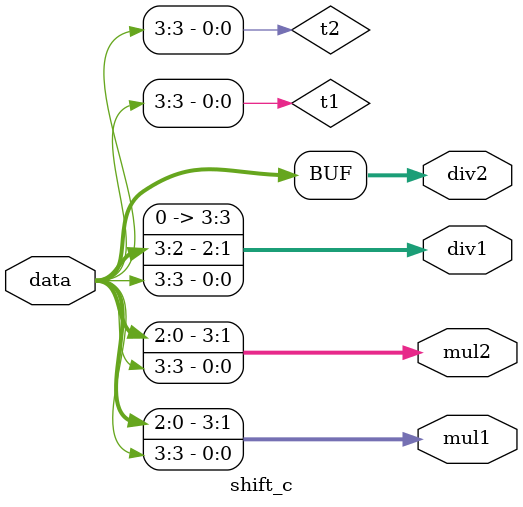
<source format=v>
module shift_c (data , mul1, mul2, div1, div2);
input [3:0] data;
output [3:0] mul1, mul2, div1, div2;
reg [3:0] mul1, div1;
reg t1, t2;

always @ ( data ) begin
  t1 = data[3];
  mul1 = data << 1;
  mul1[0] = t1;

  t2 = data[3];
  div1 = data >> 1;
  div1[0] = t2;
end

assign mul2 = {data[2:0], data[3]};
assign div2 = {data[3], data[2:0]};

endmodule // shift_c

</source>
